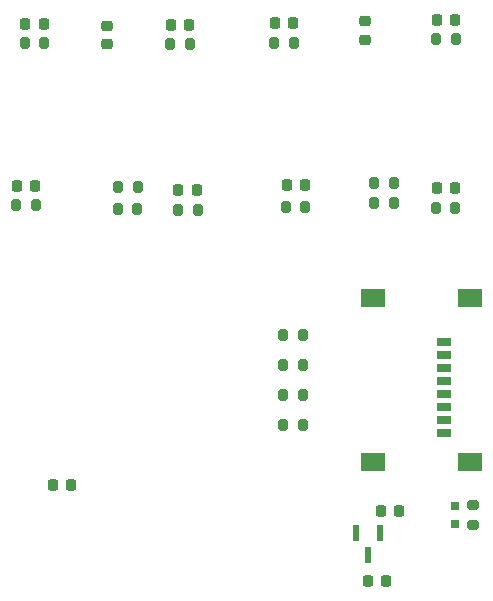
<source format=gbr>
%TF.GenerationSoftware,KiCad,Pcbnew,(6.0.2)*%
%TF.CreationDate,2022-03-10T22:08:29-05:00*%
%TF.ProjectId,SmartSole-Rev1,536d6172-7453-46f6-9c65-2d526576312e,rev?*%
%TF.SameCoordinates,Original*%
%TF.FileFunction,Paste,Top*%
%TF.FilePolarity,Positive*%
%FSLAX46Y46*%
G04 Gerber Fmt 4.6, Leading zero omitted, Abs format (unit mm)*
G04 Created by KiCad (PCBNEW (6.0.2)) date 2022-03-10 22:08:29*
%MOMM*%
%LPD*%
G01*
G04 APERTURE LIST*
G04 Aperture macros list*
%AMRoundRect*
0 Rectangle with rounded corners*
0 $1 Rounding radius*
0 $2 $3 $4 $5 $6 $7 $8 $9 X,Y pos of 4 corners*
0 Add a 4 corners polygon primitive as box body*
4,1,4,$2,$3,$4,$5,$6,$7,$8,$9,$2,$3,0*
0 Add four circle primitives for the rounded corners*
1,1,$1+$1,$2,$3*
1,1,$1+$1,$4,$5*
1,1,$1+$1,$6,$7*
1,1,$1+$1,$8,$9*
0 Add four rect primitives between the rounded corners*
20,1,$1+$1,$2,$3,$4,$5,0*
20,1,$1+$1,$4,$5,$6,$7,0*
20,1,$1+$1,$6,$7,$8,$9,0*
20,1,$1+$1,$8,$9,$2,$3,0*%
G04 Aperture macros list end*
%ADD10RoundRect,0.200000X0.200000X0.275000X-0.200000X0.275000X-0.200000X-0.275000X0.200000X-0.275000X0*%
%ADD11RoundRect,0.200000X-0.200000X-0.275000X0.200000X-0.275000X0.200000X0.275000X-0.200000X0.275000X0*%
%ADD12RoundRect,0.225000X-0.225000X-0.250000X0.225000X-0.250000X0.225000X0.250000X-0.225000X0.250000X0*%
%ADD13R,0.800000X0.800000*%
%ADD14RoundRect,0.225000X0.250000X-0.225000X0.250000X0.225000X-0.250000X0.225000X-0.250000X-0.225000X0*%
%ADD15R,0.558800X1.320800*%
%ADD16RoundRect,0.225000X0.225000X0.250000X-0.225000X0.250000X-0.225000X-0.250000X0.225000X-0.250000X0*%
%ADD17R,1.200000X0.800000*%
%ADD18R,2.000000X1.500000*%
%ADD19RoundRect,0.200000X-0.275000X0.200000X-0.275000X-0.200000X0.275000X-0.200000X0.275000X0.200000X0*%
G04 APERTURE END LIST*
D10*
%TO.C,R21*%
X75627499Y-63249710D03*
X73977499Y-63249710D03*
%TD*%
D11*
%TO.C,R12*%
X95647100Y-64601015D03*
X97297100Y-64601015D03*
%TD*%
%TO.C,R9*%
X79037498Y-65151000D03*
X80687498Y-65151000D03*
%TD*%
D10*
%TO.C,R13*%
X97297100Y-62899568D03*
X95647100Y-62899568D03*
%TD*%
D11*
%TO.C,R4*%
X100866499Y-64975000D03*
X102516499Y-64975000D03*
%TD*%
D12*
%TO.C,C6*%
X66100109Y-49400921D03*
X67650109Y-49400921D03*
%TD*%
D10*
%TO.C,R6*%
X67700109Y-51051921D03*
X66050109Y-51051921D03*
%TD*%
%TO.C,R8*%
X89597499Y-75770000D03*
X87947499Y-75770000D03*
%TD*%
%TO.C,R14*%
X89597499Y-83390000D03*
X87947499Y-83390000D03*
%TD*%
D13*
%TO.C,D1*%
X102492099Y-90237000D03*
X102492099Y-91737000D03*
%TD*%
D12*
%TO.C,C9*%
X79062498Y-63451000D03*
X80612498Y-63451000D03*
%TD*%
D11*
%TO.C,R20*%
X73936252Y-65054275D03*
X75586252Y-65054275D03*
%TD*%
D10*
%TO.C,R15*%
X89597499Y-78310000D03*
X87947499Y-78310000D03*
%TD*%
%TO.C,R3*%
X89821422Y-64894386D03*
X88171422Y-64894386D03*
%TD*%
D14*
%TO.C,C12*%
X72986480Y-51134622D03*
X72986480Y-49584622D03*
%TD*%
D12*
%TO.C,C3*%
X88244524Y-63100215D03*
X89794524Y-63100215D03*
%TD*%
D15*
%TO.C,U3*%
X96147498Y-92534000D03*
X94097500Y-92534000D03*
X95122499Y-94432650D03*
%TD*%
D16*
%TO.C,C1*%
X102479499Y-49090000D03*
X100929499Y-49090000D03*
%TD*%
D12*
%TO.C,C2*%
X87200499Y-49344000D03*
X88750499Y-49344000D03*
%TD*%
D17*
%TO.C,J4*%
X101557499Y-76355000D03*
X101557499Y-77455000D03*
X101557499Y-78555000D03*
X101557499Y-79655000D03*
X101557499Y-80755000D03*
X101557499Y-81855000D03*
X101557499Y-82955000D03*
X101557499Y-84055000D03*
D18*
X103757499Y-86525000D03*
X95557499Y-86525000D03*
X95557499Y-72635000D03*
X103757499Y-72635000D03*
%TD*%
D10*
%TO.C,R7*%
X67001731Y-64773612D03*
X65351731Y-64773612D03*
%TD*%
D11*
%TO.C,R1*%
X100879499Y-50741000D03*
X102529499Y-50741000D03*
%TD*%
D19*
%TO.C,R10*%
X104012499Y-90185000D03*
X104012499Y-91835000D03*
%TD*%
D16*
%TO.C,C5*%
X79981815Y-49516891D03*
X78431815Y-49516891D03*
%TD*%
D11*
%TO.C,R5*%
X78381815Y-51167891D03*
X80031815Y-51167891D03*
%TD*%
D10*
%TO.C,R11*%
X89597499Y-80850000D03*
X87947499Y-80850000D03*
%TD*%
D12*
%TO.C,C7*%
X65401731Y-63122612D03*
X66951731Y-63122612D03*
%TD*%
D10*
%TO.C,R2*%
X88811349Y-51026265D03*
X87161349Y-51026265D03*
%TD*%
D14*
%TO.C,C13*%
X94848120Y-50754974D03*
X94848120Y-49204974D03*
%TD*%
D12*
%TO.C,C8*%
X68439499Y-88470000D03*
X69989499Y-88470000D03*
%TD*%
%TO.C,C11*%
X96219918Y-90650244D03*
X97769918Y-90650244D03*
%TD*%
D16*
%TO.C,C4*%
X102466499Y-63324000D03*
X100916499Y-63324000D03*
%TD*%
D12*
%TO.C,C10*%
X95109499Y-96598000D03*
X96659499Y-96598000D03*
%TD*%
M02*

</source>
